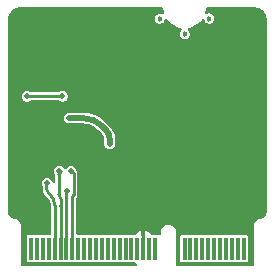
<source format=gbr>
%TF.GenerationSoftware,KiCad,Pcbnew,9.0.0*%
%TF.CreationDate,2025-05-22T16:16:50+04:00*%
%TF.ProjectId,02_02_sensor_barometer (DPS310XTSA1),30325f30-325f-4736-956e-736f725f6261,rev?*%
%TF.SameCoordinates,Original*%
%TF.FileFunction,Copper,L2,Bot*%
%TF.FilePolarity,Positive*%
%FSLAX46Y46*%
G04 Gerber Fmt 4.6, Leading zero omitted, Abs format (unit mm)*
G04 Created by KiCad (PCBNEW 9.0.0) date 2025-05-22 16:16:50*
%MOMM*%
%LPD*%
G01*
G04 APERTURE LIST*
%TA.AperFunction,SMDPad,CuDef*%
%ADD10R,0.350000X1.950000*%
%TD*%
%TA.AperFunction,ComponentPad*%
%ADD11C,0.454000*%
%TD*%
%TA.AperFunction,ViaPad*%
%ADD12C,0.500000*%
%TD*%
%TA.AperFunction,ViaPad*%
%ADD13C,0.700000*%
%TD*%
%TA.AperFunction,Conductor*%
%ADD14C,0.500000*%
%TD*%
%TA.AperFunction,Conductor*%
%ADD15C,0.250000*%
%TD*%
G04 APERTURE END LIST*
D10*
%TO.P,J1,2,3.3V*%
%TO.N,+3V3*%
X157501100Y-112840617D03*
%TO.P,J1,4,3.3V_EN*%
%TO.N,/3.3V_EN*%
X157001100Y-112840617D03*
%TO.P,J1,6,~{RESET}*%
%TO.N,+5V*%
X156501100Y-112840617D03*
%TO.P,J1,8,G11*%
%TO.N,/G11-SWO*%
X156001100Y-112840617D03*
%TO.P,J1,10,D0*%
%TO.N,/D0*%
X155501100Y-112840617D03*
%TO.P,J1,12,I2C_SDA*%
%TO.N,DPS310XTSA1_SDA*%
X155001100Y-112840617D03*
%TO.P,J1,14,I2C_SCL*%
%TO.N,DPS310XTSA1_SCL*%
X154501100Y-112840617D03*
%TO.P,J1,16,I2C_~{INT}*%
%TO.N,/I2C_~{INT}*%
X154001100Y-112840617D03*
%TO.P,J1,18,D1/CAM_TRIG*%
%TO.N,/D1-CAM_TRIG*%
X153501100Y-112840617D03*
%TO.P,J1,20,RX2*%
%TO.N,/UART_RX2*%
X153001100Y-112840617D03*
%TO.P,J1,22,TX2*%
%TO.N,/UART_TX2*%
X152501100Y-112840617D03*
%TO.P,J1,32,PWM0*%
%TO.N,/PWM0*%
X150001100Y-112840617D03*
%TO.P,J1,34,A0*%
%TO.N,/A0*%
X149501100Y-112840617D03*
%TO.P,J1,36,GND*%
%TO.N,GND*%
X149001100Y-112840617D03*
%TO.P,J1,38,A1*%
%TO.N,/A1*%
X148501100Y-112840617D03*
%TO.P,J1,40,G0/BUS0*%
%TO.N,/G0*%
X148001100Y-112840617D03*
%TO.P,J1,42,G1/BUS1*%
%TO.N,DPS310XTSA1_pwr_cyc*%
X147501100Y-112840617D03*
%TO.P,J1,44,G2/BUS2*%
%TO.N,/G2*%
X147001100Y-112840617D03*
%TO.P,J1,46,G3/BUS3*%
%TO.N,/G3*%
X146501100Y-112840617D03*
%TO.P,J1,48,G4/BUS4*%
%TO.N,/G4*%
X146001100Y-112840617D03*
%TO.P,J1,50,AUD_BCLK*%
%TO.N,/AUD_BCLK*%
X145501100Y-112840617D03*
%TO.P,J1,52,AUD_LRCLK*%
%TO.N,/AUD_LRCLK*%
X145001100Y-112840617D03*
%TO.P,J1,54,AUD_IN/CAM_PCLK*%
%TO.N,/AUD_IN-CAM_PCLK*%
X144501100Y-112840617D03*
%TO.P,J1,56,AUD_OUT/CAM_MCLK*%
%TO.N,/AUD_OUT-CAM_MCLK*%
X144001100Y-112840617D03*
%TO.P,J1,58,AUD_MCLK*%
%TO.N,/AUD_MCLK*%
X143501100Y-112840617D03*
%TO.P,J1,60,SPI_SCK1/SDIO_CLK*%
%TO.N,DPS310XTSA1_MOSI*%
X143001100Y-112840617D03*
%TO.P,J1,62,SPI_SDO1/SDIO_CMD*%
%TO.N,DPS310XTSA1_MISO*%
X142501100Y-112840617D03*
%TO.P,J1,64,SPI_SDI1/SDIO_DATA0*%
%TO.N,DPS310XTSA1_SCK*%
X142001100Y-112840617D03*
%TO.P,J1,66,SDIO_DATA1*%
%TO.N,DPS310XTSA1_CS*%
X141501100Y-112840617D03*
%TO.P,J1,68,SDIO_DATA2*%
%TO.N,/SDIO_DATA2*%
X141001100Y-112840617D03*
%TO.P,J1,70,SPI_~{CS1}/SDIO_DATA3*%
%TO.N,/SDIO_DATA3-~{SPI_CS1}*%
X140501100Y-112840617D03*
%TO.P,J1,72,RTC_3V*%
%TO.N,/RTC_3V_BATT*%
X140001100Y-112840617D03*
%TO.P,J1,74,3.3V*%
%TO.N,+3V3*%
X139501100Y-112840617D03*
D11*
%TO.P,J1,GND*%
%TO.N,N/C*%
X150401100Y-93365617D03*
X152501100Y-94665617D03*
X154601100Y-93365617D03*
%TD*%
D12*
%TO.N,+3V3*%
X142750000Y-101800000D03*
X146150000Y-104000000D03*
D13*
%TO.N,GND*%
X150500000Y-109300000D03*
X147500000Y-110300000D03*
X153100000Y-99900000D03*
X153100000Y-100900000D03*
X154100000Y-98900000D03*
X146500000Y-109300000D03*
X151500000Y-96500000D03*
X147500000Y-108300000D03*
X152100000Y-100900000D03*
X149500000Y-98500000D03*
X149500000Y-97500000D03*
X144500000Y-109300000D03*
X148500000Y-109300000D03*
X149500000Y-96500000D03*
X154100000Y-100900000D03*
X145500000Y-110300000D03*
X149500000Y-110300000D03*
X150500000Y-97500000D03*
X150500000Y-96500000D03*
X145500000Y-108300000D03*
X149500000Y-108300000D03*
X154100000Y-99900000D03*
D12*
%TO.N,DPS310XTSA1_CS*%
X140850000Y-107300000D03*
%TO.N,DPS310XTSA1_MISO*%
X139150000Y-99950000D03*
X142510542Y-107925000D03*
X142150000Y-99950000D03*
%TO.N,DPS310XTSA1_MOSI*%
X142885412Y-106300000D03*
%TO.N,DPS310XTSA1_SCK*%
X141900000Y-106300000D03*
%TD*%
D14*
%TO.N,+3V3*%
X146150000Y-103550000D02*
X146150000Y-104000000D01*
X145500000Y-102450000D02*
X145831801Y-102781801D01*
X142750000Y-101800000D02*
X143930761Y-101800000D01*
X145500000Y-102450000D02*
G75*
G03*
X143930761Y-101800016I-1569200J-1569200D01*
G01*
X146150000Y-103550000D02*
G75*
G03*
X145831802Y-102781800I-1086400J0D01*
G01*
D15*
%TO.N,DPS310XTSA1_CS*%
X141501100Y-109146852D02*
X141501100Y-112840617D01*
X140800000Y-107725000D02*
X140800000Y-107500000D01*
X140959099Y-108109099D02*
X141150550Y-108300550D01*
X140800000Y-107725000D02*
G75*
G03*
X140959099Y-108109099I543200J0D01*
G01*
X141501100Y-109146852D02*
G75*
G03*
X141150515Y-108300585I-1196800J-48D01*
G01*
%TO.N,DPS310XTSA1_MISO*%
X142501100Y-107941118D02*
X142501100Y-112840617D01*
X139150000Y-99950000D02*
X142150000Y-99950000D01*
X142505821Y-107929721D02*
X142510542Y-107925000D01*
X142505821Y-107929721D02*
G75*
G03*
X142501108Y-107941118I11379J-11379D01*
G01*
%TO.N,DPS310XTSA1_MOSI*%
X143100000Y-106470710D02*
X143100000Y-108280067D01*
X143001100Y-108518832D02*
X143001100Y-112840617D01*
X143050000Y-106350000D02*
X143000000Y-106300000D01*
X143001100Y-108518832D02*
G75*
G02*
X143050540Y-108399440I168800J32D01*
G01*
X143100000Y-106470710D02*
G75*
G03*
X143050003Y-106349997I-170700J10D01*
G01*
X143100000Y-108280067D02*
G75*
G02*
X143050560Y-108399460I-168800J-33D01*
G01*
%TO.N,DPS310XTSA1_SCK*%
X142001100Y-109201877D02*
X142001100Y-112840617D01*
X141850000Y-106556843D02*
X141850000Y-108243933D01*
X142000000Y-109199222D02*
X142000000Y-108606066D01*
X142000550Y-106299450D02*
X142000000Y-106300000D01*
X141925550Y-106374450D02*
X142000550Y-106299450D01*
X141850000Y-106556843D02*
G75*
G02*
X141925537Y-106374437I257900J43D01*
G01*
X142000550Y-109200550D02*
G75*
G02*
X142001109Y-109201877I-1350J-1350D01*
G01*
X142000000Y-108606066D02*
G75*
G03*
X141924990Y-108425010I-256100J-34D01*
G01*
X141925000Y-108425000D02*
G75*
G02*
X141849986Y-108243933I181100J181100D01*
G01*
X142000000Y-109199222D02*
G75*
G03*
X142000556Y-109200544I1900J22D01*
G01*
X142000550Y-106299450D02*
X142000550Y-106299450D01*
%TD*%
%TA.AperFunction,Conductor*%
%TO.N,GND*%
G36*
X150648938Y-92435802D02*
G01*
X150694693Y-92488606D01*
X150704637Y-92522470D01*
X150737251Y-92749313D01*
X150737254Y-92749323D01*
X150761978Y-92833525D01*
X150761978Y-92903395D01*
X150724204Y-92962173D01*
X150660648Y-92991198D01*
X150591490Y-92981254D01*
X150581002Y-92975848D01*
X150566111Y-92967250D01*
X150493623Y-92947828D01*
X150457381Y-92938117D01*
X150344819Y-92938117D01*
X150236089Y-92967250D01*
X150138609Y-93023532D01*
X150138606Y-93023534D01*
X150059017Y-93103123D01*
X150059015Y-93103126D01*
X150002733Y-93200606D01*
X149973600Y-93309336D01*
X149973600Y-93421897D01*
X150002733Y-93530627D01*
X150030874Y-93579367D01*
X150059015Y-93628108D01*
X150138609Y-93707702D01*
X150236091Y-93763984D01*
X150344819Y-93793117D01*
X150344821Y-93793117D01*
X150457379Y-93793117D01*
X150457381Y-93793117D01*
X150566109Y-93763984D01*
X150663591Y-93707702D01*
X150743185Y-93628108D01*
X150799467Y-93530626D01*
X150818161Y-93460855D01*
X150854524Y-93401197D01*
X150917370Y-93370667D01*
X150986746Y-93378961D01*
X151040624Y-93423446D01*
X151042249Y-93425909D01*
X151056040Y-93447368D01*
X151056043Y-93447372D01*
X151224701Y-93642015D01*
X151419344Y-93810673D01*
X151419350Y-93810677D01*
X151635996Y-93949907D01*
X151636019Y-93949920D01*
X151870277Y-94056902D01*
X151870281Y-94056903D01*
X151870283Y-94056904D01*
X152117399Y-94129464D01*
X152147843Y-94133841D01*
X152211399Y-94162864D01*
X152249175Y-94221641D01*
X152249177Y-94291511D01*
X152217881Y-94344260D01*
X152159014Y-94403126D01*
X152102733Y-94500606D01*
X152073600Y-94609336D01*
X152073600Y-94721897D01*
X152102733Y-94830627D01*
X152130874Y-94879367D01*
X152159015Y-94928108D01*
X152238609Y-95007702D01*
X152336091Y-95063984D01*
X152444819Y-95093117D01*
X152444821Y-95093117D01*
X152557379Y-95093117D01*
X152557381Y-95093117D01*
X152666109Y-95063984D01*
X152763591Y-95007702D01*
X152843185Y-94928108D01*
X152899467Y-94830626D01*
X152928600Y-94721898D01*
X152928600Y-94609336D01*
X152899467Y-94500608D01*
X152843185Y-94403126D01*
X152784319Y-94344260D01*
X152750834Y-94282937D01*
X152755818Y-94213245D01*
X152797690Y-94157312D01*
X152854356Y-94133841D01*
X152863862Y-94132474D01*
X152884790Y-94129466D01*
X152884793Y-94129465D01*
X152884801Y-94129464D01*
X153131917Y-94056904D01*
X153131920Y-94056902D01*
X153131922Y-94056902D01*
X153366180Y-93949920D01*
X153366184Y-93949917D01*
X153366192Y-93949914D01*
X153582856Y-93810673D01*
X153777498Y-93642015D01*
X153946156Y-93447373D01*
X153959948Y-93425911D01*
X154012751Y-93380156D01*
X154081910Y-93370212D01*
X154145466Y-93399236D01*
X154183241Y-93458014D01*
X154184035Y-93460843D01*
X154202733Y-93530626D01*
X154259015Y-93628108D01*
X154338609Y-93707702D01*
X154436091Y-93763984D01*
X154544819Y-93793117D01*
X154544821Y-93793117D01*
X154657379Y-93793117D01*
X154657381Y-93793117D01*
X154766109Y-93763984D01*
X154863591Y-93707702D01*
X154943185Y-93628108D01*
X154999467Y-93530626D01*
X155028600Y-93421898D01*
X155028600Y-93309336D01*
X154999467Y-93200608D01*
X154943185Y-93103126D01*
X154863591Y-93023532D01*
X154807588Y-92991198D01*
X154766110Y-92967250D01*
X154711745Y-92952683D01*
X154657381Y-92938117D01*
X154544819Y-92938117D01*
X154436087Y-92967251D01*
X154421195Y-92975849D01*
X154353294Y-92992319D01*
X154287268Y-92969465D01*
X154244079Y-92914543D01*
X154237440Y-92844989D01*
X154240217Y-92833540D01*
X154264947Y-92749318D01*
X154280737Y-92639501D01*
X154297563Y-92522470D01*
X154326588Y-92458914D01*
X154385366Y-92421140D01*
X154420301Y-92416117D01*
X158493234Y-92416117D01*
X158506716Y-92416852D01*
X158537216Y-92420187D01*
X158653104Y-92432863D01*
X158673654Y-92436890D01*
X158811775Y-92476317D01*
X158831349Y-92483743D01*
X158960838Y-92545843D01*
X158960865Y-92545856D01*
X158978917Y-92556475D01*
X159067068Y-92618914D01*
X159096114Y-92639488D01*
X159096133Y-92639501D01*
X159112142Y-92653009D01*
X159213701Y-92754570D01*
X159227208Y-92770578D01*
X159310233Y-92887796D01*
X159320852Y-92905850D01*
X159382957Y-93035356D01*
X159390387Y-93054939D01*
X159429813Y-93193063D01*
X159433840Y-93213617D01*
X159449865Y-93360146D01*
X159450600Y-93373627D01*
X159450600Y-109755872D01*
X159449451Y-109772714D01*
X159435814Y-109872185D01*
X159429333Y-109898169D01*
X159396341Y-109987818D01*
X159384432Y-110011804D01*
X159379611Y-110019341D01*
X159332964Y-110092274D01*
X159316183Y-110113144D01*
X159248633Y-110180692D01*
X159227763Y-110197471D01*
X159147286Y-110248941D01*
X159123298Y-110260850D01*
X159033656Y-110293836D01*
X159007671Y-110300317D01*
X158906155Y-110314230D01*
X158892791Y-110315329D01*
X158872130Y-110315907D01*
X158864324Y-110317542D01*
X158838078Y-110319407D01*
X158838072Y-110319408D01*
X158723484Y-110352555D01*
X158618415Y-110409056D01*
X158618407Y-110409062D01*
X158527573Y-110486380D01*
X158455019Y-110581074D01*
X158455018Y-110581076D01*
X158403992Y-110688904D01*
X158388678Y-110754259D01*
X158376775Y-110805053D01*
X158376007Y-110844291D01*
X158375600Y-110844699D01*
X158375600Y-110865177D01*
X158375590Y-110865687D01*
X158375579Y-110866282D01*
X158375579Y-110866318D01*
X158375020Y-110896650D01*
X158375600Y-110900539D01*
X158375600Y-114191117D01*
X158355915Y-114258156D01*
X158303111Y-114303911D01*
X158251600Y-114315117D01*
X151900600Y-114315117D01*
X151833561Y-114295432D01*
X151787806Y-114242628D01*
X151776600Y-114191117D01*
X151776600Y-111845864D01*
X152125600Y-111845864D01*
X152125600Y-113835369D01*
X152137231Y-113893846D01*
X152137232Y-113893847D01*
X152181547Y-113960169D01*
X152247869Y-114004484D01*
X152247870Y-114004485D01*
X152306347Y-114016116D01*
X152306350Y-114016117D01*
X152306352Y-114016117D01*
X152695851Y-114016117D01*
X152719479Y-114011416D01*
X152726905Y-114009939D01*
X152775295Y-114009939D01*
X152782720Y-114011416D01*
X152806349Y-114016117D01*
X152806352Y-114016117D01*
X153195851Y-114016117D01*
X153219479Y-114011416D01*
X153226905Y-114009939D01*
X153275295Y-114009939D01*
X153282720Y-114011416D01*
X153306349Y-114016117D01*
X153306352Y-114016117D01*
X153695851Y-114016117D01*
X153719479Y-114011416D01*
X153726905Y-114009939D01*
X153775295Y-114009939D01*
X153782720Y-114011416D01*
X153806349Y-114016117D01*
X153806352Y-114016117D01*
X154195851Y-114016117D01*
X154219479Y-114011416D01*
X154226905Y-114009939D01*
X154275295Y-114009939D01*
X154282720Y-114011416D01*
X154306349Y-114016117D01*
X154306352Y-114016117D01*
X154695851Y-114016117D01*
X154719479Y-114011416D01*
X154726905Y-114009939D01*
X154775295Y-114009939D01*
X154782720Y-114011416D01*
X154806349Y-114016117D01*
X154806352Y-114016117D01*
X155195851Y-114016117D01*
X155219479Y-114011416D01*
X155226905Y-114009939D01*
X155275295Y-114009939D01*
X155282720Y-114011416D01*
X155306349Y-114016117D01*
X155306352Y-114016117D01*
X155695851Y-114016117D01*
X155719479Y-114011416D01*
X155726905Y-114009939D01*
X155775295Y-114009939D01*
X155782720Y-114011416D01*
X155806349Y-114016117D01*
X155806352Y-114016117D01*
X156195851Y-114016117D01*
X156219479Y-114011416D01*
X156226905Y-114009939D01*
X156275295Y-114009939D01*
X156282720Y-114011416D01*
X156306349Y-114016117D01*
X156306352Y-114016117D01*
X156695851Y-114016117D01*
X156719479Y-114011416D01*
X156726905Y-114009939D01*
X156775295Y-114009939D01*
X156782720Y-114011416D01*
X156806349Y-114016117D01*
X156806352Y-114016117D01*
X157195851Y-114016117D01*
X157219479Y-114011416D01*
X157226905Y-114009939D01*
X157275295Y-114009939D01*
X157282720Y-114011416D01*
X157306349Y-114016117D01*
X157306352Y-114016117D01*
X157695850Y-114016117D01*
X157695851Y-114016116D01*
X157710668Y-114013169D01*
X157754329Y-114004485D01*
X157754329Y-114004484D01*
X157754331Y-114004484D01*
X157820652Y-113960169D01*
X157864967Y-113893848D01*
X157864967Y-113893846D01*
X157864968Y-113893846D01*
X157876599Y-113835369D01*
X157876600Y-113835367D01*
X157876600Y-111845866D01*
X157876599Y-111845864D01*
X157864968Y-111787387D01*
X157864967Y-111787386D01*
X157820652Y-111721064D01*
X157754330Y-111676749D01*
X157754329Y-111676748D01*
X157695852Y-111665117D01*
X157695848Y-111665117D01*
X157306352Y-111665117D01*
X157306351Y-111665117D01*
X157275288Y-111671295D01*
X157226912Y-111671295D01*
X157195849Y-111665117D01*
X157195848Y-111665117D01*
X156806352Y-111665117D01*
X156806351Y-111665117D01*
X156775288Y-111671295D01*
X156726912Y-111671295D01*
X156695849Y-111665117D01*
X156695848Y-111665117D01*
X156306352Y-111665117D01*
X156306351Y-111665117D01*
X156275288Y-111671295D01*
X156226912Y-111671295D01*
X156195849Y-111665117D01*
X156195848Y-111665117D01*
X155806352Y-111665117D01*
X155806351Y-111665117D01*
X155775288Y-111671295D01*
X155726912Y-111671295D01*
X155695849Y-111665117D01*
X155695848Y-111665117D01*
X155306352Y-111665117D01*
X155306351Y-111665117D01*
X155275288Y-111671295D01*
X155226912Y-111671295D01*
X155195849Y-111665117D01*
X155195848Y-111665117D01*
X154806352Y-111665117D01*
X154806351Y-111665117D01*
X154775288Y-111671295D01*
X154726912Y-111671295D01*
X154695849Y-111665117D01*
X154695848Y-111665117D01*
X154306352Y-111665117D01*
X154306351Y-111665117D01*
X154275288Y-111671295D01*
X154226912Y-111671295D01*
X154195849Y-111665117D01*
X154195848Y-111665117D01*
X153806352Y-111665117D01*
X153806351Y-111665117D01*
X153775288Y-111671295D01*
X153726912Y-111671295D01*
X153695849Y-111665117D01*
X153695848Y-111665117D01*
X153306352Y-111665117D01*
X153306351Y-111665117D01*
X153275288Y-111671295D01*
X153226912Y-111671295D01*
X153195849Y-111665117D01*
X153195848Y-111665117D01*
X152806352Y-111665117D01*
X152806351Y-111665117D01*
X152775288Y-111671295D01*
X152726912Y-111671295D01*
X152695849Y-111665117D01*
X152695848Y-111665117D01*
X152306352Y-111665117D01*
X152306347Y-111665117D01*
X152247870Y-111676748D01*
X152247869Y-111676749D01*
X152181547Y-111721064D01*
X152137232Y-111787386D01*
X152137231Y-111787387D01*
X152125600Y-111845864D01*
X151776600Y-111845864D01*
X151776600Y-111392323D01*
X151776599Y-111392319D01*
X151770504Y-111365617D01*
X151743981Y-111249411D01*
X151680379Y-111117340D01*
X151667532Y-111101231D01*
X151654618Y-111085037D01*
X151588983Y-111002734D01*
X151523346Y-110950390D01*
X151474379Y-110911339D01*
X151474376Y-110911337D01*
X151342309Y-110847737D01*
X151342307Y-110847736D01*
X151342306Y-110847736D01*
X151297254Y-110837453D01*
X151199397Y-110815117D01*
X151199394Y-110815117D01*
X151052806Y-110815117D01*
X151052802Y-110815117D01*
X150909890Y-110847737D01*
X150777823Y-110911337D01*
X150777820Y-110911339D01*
X150663217Y-111002734D01*
X150571822Y-111117337D01*
X150571820Y-111117340D01*
X150508220Y-111249407D01*
X150475600Y-111392319D01*
X150475600Y-111592609D01*
X150455915Y-111659648D01*
X150403111Y-111705403D01*
X150333953Y-111715347D01*
X150282710Y-111695712D01*
X150265080Y-111683932D01*
X150254331Y-111676750D01*
X150254330Y-111676749D01*
X150254329Y-111676749D01*
X150254329Y-111676748D01*
X150195852Y-111665117D01*
X150195848Y-111665117D01*
X149806352Y-111665117D01*
X149806351Y-111665117D01*
X149775288Y-111671295D01*
X149767053Y-111671300D01*
X149762330Y-111673167D01*
X149727549Y-111671328D01*
X149727084Y-111671329D01*
X149726378Y-111671189D01*
X149695848Y-111665117D01*
X149695617Y-111665117D01*
X149689493Y-111663908D01*
X149663592Y-111650407D01*
X149636509Y-111639452D01*
X149630266Y-111633035D01*
X149627535Y-111631612D01*
X149625619Y-111628260D01*
X149614243Y-111616567D01*
X149533290Y-111508429D01*
X149533287Y-111508426D01*
X149418193Y-111422266D01*
X149418186Y-111422262D01*
X149283479Y-111372020D01*
X149283472Y-111372018D01*
X149223944Y-111365617D01*
X149176100Y-111365617D01*
X149176100Y-111691603D01*
X149173549Y-111700288D01*
X149174838Y-111709250D01*
X149158065Y-111753021D01*
X149156415Y-111758642D01*
X149155661Y-111759294D01*
X149155202Y-111760494D01*
X149137233Y-111787386D01*
X149137231Y-111787390D01*
X149125600Y-111845864D01*
X149125600Y-112716617D01*
X149123049Y-112725302D01*
X149124338Y-112734264D01*
X149113359Y-112758304D01*
X149105915Y-112783656D01*
X149099074Y-112789583D01*
X149095313Y-112797820D01*
X149073078Y-112812109D01*
X149053111Y-112829411D01*
X149042596Y-112831698D01*
X149036535Y-112835594D01*
X149001600Y-112840617D01*
X149000600Y-112840617D01*
X148933561Y-112820932D01*
X148887806Y-112768128D01*
X148876600Y-112716617D01*
X148876600Y-111845866D01*
X148876599Y-111845864D01*
X148864968Y-111787390D01*
X148864967Y-111787389D01*
X148864967Y-111787386D01*
X148846997Y-111760493D01*
X148843960Y-111750793D01*
X148837306Y-111743114D01*
X148833697Y-111718014D01*
X148826120Y-111693816D01*
X148826100Y-111691603D01*
X148826100Y-111365617D01*
X148778255Y-111365617D01*
X148718727Y-111372018D01*
X148718720Y-111372020D01*
X148584013Y-111422262D01*
X148584006Y-111422266D01*
X148468912Y-111508426D01*
X148387956Y-111616568D01*
X148365880Y-111633092D01*
X148346007Y-111652214D01*
X148336583Y-111655023D01*
X148332022Y-111658438D01*
X148312706Y-111663908D01*
X148306582Y-111665117D01*
X148306352Y-111665117D01*
X148275824Y-111671189D01*
X148275116Y-111671329D01*
X148274742Y-111671295D01*
X148226912Y-111671295D01*
X148195849Y-111665117D01*
X148195848Y-111665117D01*
X147806352Y-111665117D01*
X147806351Y-111665117D01*
X147775288Y-111671295D01*
X147726912Y-111671295D01*
X147695849Y-111665117D01*
X147695848Y-111665117D01*
X147306352Y-111665117D01*
X147306351Y-111665117D01*
X147275288Y-111671295D01*
X147226912Y-111671295D01*
X147195849Y-111665117D01*
X147195848Y-111665117D01*
X146806352Y-111665117D01*
X146806351Y-111665117D01*
X146775288Y-111671295D01*
X146726912Y-111671295D01*
X146695849Y-111665117D01*
X146695848Y-111665117D01*
X146306352Y-111665117D01*
X146306351Y-111665117D01*
X146275288Y-111671295D01*
X146226912Y-111671295D01*
X146195849Y-111665117D01*
X146195848Y-111665117D01*
X145806352Y-111665117D01*
X145806351Y-111665117D01*
X145775288Y-111671295D01*
X145726912Y-111671295D01*
X145695849Y-111665117D01*
X145695848Y-111665117D01*
X145306352Y-111665117D01*
X145306351Y-111665117D01*
X145275288Y-111671295D01*
X145226912Y-111671295D01*
X145195849Y-111665117D01*
X145195848Y-111665117D01*
X144806352Y-111665117D01*
X144806351Y-111665117D01*
X144775288Y-111671295D01*
X144726912Y-111671295D01*
X144695849Y-111665117D01*
X144695848Y-111665117D01*
X144306352Y-111665117D01*
X144306351Y-111665117D01*
X144275288Y-111671295D01*
X144226912Y-111671295D01*
X144195849Y-111665117D01*
X144195848Y-111665117D01*
X143806352Y-111665117D01*
X143806351Y-111665117D01*
X143775288Y-111671295D01*
X143726912Y-111671295D01*
X143695849Y-111665117D01*
X143695848Y-111665117D01*
X143450600Y-111665117D01*
X143383561Y-111645432D01*
X143337806Y-111592628D01*
X143326600Y-111541117D01*
X143326600Y-108615671D01*
X143346285Y-108548632D01*
X143347494Y-108546785D01*
X143369260Y-108514207D01*
X143406522Y-108424224D01*
X143425509Y-108328700D01*
X143425500Y-108280003D01*
X143425500Y-106427857D01*
X143425500Y-106421876D01*
X143425497Y-106421858D01*
X143425498Y-106421854D01*
X143406432Y-106325983D01*
X143406431Y-106325980D01*
X143406431Y-106325978D01*
X143369029Y-106235675D01*
X143369028Y-106235673D01*
X143322869Y-106166590D01*
X143306198Y-106129796D01*
X143305211Y-106126115D01*
X143305211Y-106126114D01*
X143305210Y-106126112D01*
X143245901Y-106023387D01*
X143162025Y-105939511D01*
X143059298Y-105880201D01*
X142944721Y-105849500D01*
X142826103Y-105849500D01*
X142711526Y-105880201D01*
X142711524Y-105880201D01*
X142711524Y-105880202D01*
X142608799Y-105939511D01*
X142608796Y-105939513D01*
X142524925Y-106023384D01*
X142524923Y-106023387D01*
X142500093Y-106066394D01*
X142449525Y-106114609D01*
X142380918Y-106127831D01*
X142316054Y-106101863D01*
X142285319Y-106066394D01*
X142260489Y-106023387D01*
X142176613Y-105939511D01*
X142073886Y-105880201D01*
X141959309Y-105849500D01*
X141840691Y-105849500D01*
X141726114Y-105880201D01*
X141726112Y-105880201D01*
X141726112Y-105880202D01*
X141623387Y-105939511D01*
X141623384Y-105939513D01*
X141539513Y-106023384D01*
X141539511Y-106023387D01*
X141480201Y-106126114D01*
X141449500Y-106240691D01*
X141449500Y-106359309D01*
X141477684Y-106464494D01*
X141480202Y-106473890D01*
X141480203Y-106473891D01*
X141507886Y-106521838D01*
X141524500Y-106583839D01*
X141524500Y-107134798D01*
X141504815Y-107201837D01*
X141452011Y-107247592D01*
X141382853Y-107257536D01*
X141319297Y-107228511D01*
X141281523Y-107169733D01*
X141280725Y-107166892D01*
X141269799Y-107126114D01*
X141210489Y-107023387D01*
X141126613Y-106939511D01*
X141023886Y-106880201D01*
X140909309Y-106849500D01*
X140790691Y-106849500D01*
X140676114Y-106880201D01*
X140676112Y-106880201D01*
X140676112Y-106880202D01*
X140573387Y-106939511D01*
X140573384Y-106939513D01*
X140489513Y-107023384D01*
X140489511Y-107023387D01*
X140430201Y-107126114D01*
X140399500Y-107240691D01*
X140399500Y-107359309D01*
X140410806Y-107401502D01*
X140430202Y-107473890D01*
X140430203Y-107473891D01*
X140457886Y-107521838D01*
X140462036Y-107537326D01*
X140469477Y-107548904D01*
X140474499Y-107583836D01*
X140474500Y-107583838D01*
X140474500Y-107767853D01*
X140474500Y-107767855D01*
X140474501Y-107777849D01*
X140474501Y-107793373D01*
X140495890Y-107928420D01*
X140538146Y-108058468D01*
X140600222Y-108180297D01*
X140600228Y-108180306D01*
X140680586Y-108290912D01*
X140694293Y-108304619D01*
X140694303Y-108304630D01*
X140698633Y-108308960D01*
X140698634Y-108308961D01*
X140883940Y-108494266D01*
X140883944Y-108494274D01*
X140916953Y-108527280D01*
X140923561Y-108534429D01*
X141002867Y-108627275D01*
X141014305Y-108643016D01*
X141075556Y-108742957D01*
X141084390Y-108760293D01*
X141129251Y-108868579D01*
X141135266Y-108887086D01*
X141162636Y-109001069D01*
X141165680Y-109020286D01*
X141175217Y-109141390D01*
X141175600Y-109151125D01*
X141175600Y-111541117D01*
X141155915Y-111608156D01*
X141103111Y-111653911D01*
X141051600Y-111665117D01*
X140806351Y-111665117D01*
X140775288Y-111671295D01*
X140726912Y-111671295D01*
X140695849Y-111665117D01*
X140695848Y-111665117D01*
X140306352Y-111665117D01*
X140306351Y-111665117D01*
X140275288Y-111671295D01*
X140226912Y-111671295D01*
X140195849Y-111665117D01*
X140195848Y-111665117D01*
X139806352Y-111665117D01*
X139806351Y-111665117D01*
X139775288Y-111671295D01*
X139726912Y-111671295D01*
X139695849Y-111665117D01*
X139695848Y-111665117D01*
X139306352Y-111665117D01*
X139306347Y-111665117D01*
X139247870Y-111676748D01*
X139247869Y-111676749D01*
X139181547Y-111721064D01*
X139137232Y-111787386D01*
X139137231Y-111787387D01*
X139125600Y-111845864D01*
X139125600Y-113835369D01*
X139137231Y-113893846D01*
X139137232Y-113893847D01*
X139181547Y-113960169D01*
X139247869Y-114004484D01*
X139247870Y-114004485D01*
X139306347Y-114016116D01*
X139306350Y-114016117D01*
X139306352Y-114016117D01*
X139695851Y-114016117D01*
X139719479Y-114011416D01*
X139726905Y-114009939D01*
X139775295Y-114009939D01*
X139782720Y-114011416D01*
X139806349Y-114016117D01*
X139806352Y-114016117D01*
X140195851Y-114016117D01*
X140219479Y-114011416D01*
X140226905Y-114009939D01*
X140275295Y-114009939D01*
X140282720Y-114011416D01*
X140306349Y-114016117D01*
X140306352Y-114016117D01*
X140695851Y-114016117D01*
X140719479Y-114011416D01*
X140726905Y-114009939D01*
X140775295Y-114009939D01*
X140782720Y-114011416D01*
X140806349Y-114016117D01*
X140806352Y-114016117D01*
X141195851Y-114016117D01*
X141219479Y-114011416D01*
X141226905Y-114009939D01*
X141275295Y-114009939D01*
X141282720Y-114011416D01*
X141306349Y-114016117D01*
X141306352Y-114016117D01*
X141695851Y-114016117D01*
X141719479Y-114011416D01*
X141726905Y-114009939D01*
X141775295Y-114009939D01*
X141782720Y-114011416D01*
X141806349Y-114016117D01*
X141806352Y-114016117D01*
X142195851Y-114016117D01*
X142219479Y-114011416D01*
X142226905Y-114009939D01*
X142275295Y-114009939D01*
X142282720Y-114011416D01*
X142306349Y-114016117D01*
X142306352Y-114016117D01*
X142695851Y-114016117D01*
X142719479Y-114011416D01*
X142726905Y-114009939D01*
X142775295Y-114009939D01*
X142782720Y-114011416D01*
X142806349Y-114016117D01*
X142806352Y-114016117D01*
X143195851Y-114016117D01*
X143219479Y-114011416D01*
X143226905Y-114009939D01*
X143275295Y-114009939D01*
X143282720Y-114011416D01*
X143306349Y-114016117D01*
X143306352Y-114016117D01*
X143695851Y-114016117D01*
X143719479Y-114011416D01*
X143726905Y-114009939D01*
X143775295Y-114009939D01*
X143782720Y-114011416D01*
X143806349Y-114016117D01*
X143806352Y-114016117D01*
X144195851Y-114016117D01*
X144219479Y-114011416D01*
X144226905Y-114009939D01*
X144275295Y-114009939D01*
X144282720Y-114011416D01*
X144306349Y-114016117D01*
X144306352Y-114016117D01*
X144695851Y-114016117D01*
X144719479Y-114011416D01*
X144726905Y-114009939D01*
X144775295Y-114009939D01*
X144782720Y-114011416D01*
X144806349Y-114016117D01*
X144806352Y-114016117D01*
X145195851Y-114016117D01*
X145219479Y-114011416D01*
X145226905Y-114009939D01*
X145275295Y-114009939D01*
X145282720Y-114011416D01*
X145306349Y-114016117D01*
X145306352Y-114016117D01*
X145695851Y-114016117D01*
X145719479Y-114011416D01*
X145726905Y-114009939D01*
X145775295Y-114009939D01*
X145782720Y-114011416D01*
X145806349Y-114016117D01*
X145806352Y-114016117D01*
X146195851Y-114016117D01*
X146219479Y-114011416D01*
X146226905Y-114009939D01*
X146275295Y-114009939D01*
X146282720Y-114011416D01*
X146306349Y-114016117D01*
X146306352Y-114016117D01*
X146695851Y-114016117D01*
X146719479Y-114011416D01*
X146726905Y-114009939D01*
X146775295Y-114009939D01*
X146782720Y-114011416D01*
X146806349Y-114016117D01*
X146806352Y-114016117D01*
X147195851Y-114016117D01*
X147219479Y-114011416D01*
X147226905Y-114009939D01*
X147275295Y-114009939D01*
X147282720Y-114011416D01*
X147306349Y-114016117D01*
X147306352Y-114016117D01*
X147695851Y-114016117D01*
X147719479Y-114011416D01*
X147726905Y-114009939D01*
X147775295Y-114009939D01*
X147782720Y-114011416D01*
X147806349Y-114016117D01*
X147806352Y-114016117D01*
X148195851Y-114016117D01*
X148219479Y-114011416D01*
X148226904Y-114009938D01*
X148235142Y-114009932D01*
X148239873Y-114008064D01*
X148274622Y-114009903D01*
X148275114Y-114009903D01*
X148306352Y-114016117D01*
X148306592Y-114016117D01*
X148312710Y-114017325D01*
X148338501Y-114030769D01*
X148365484Y-114041617D01*
X148371867Y-114048163D01*
X148374667Y-114049623D01*
X148376615Y-114053032D01*
X148387958Y-114064666D01*
X148426990Y-114116806D01*
X148451407Y-114182270D01*
X148436556Y-114250543D01*
X148387151Y-114299949D01*
X148327723Y-114315117D01*
X138750600Y-114315117D01*
X138683561Y-114295432D01*
X138637806Y-114242628D01*
X138626600Y-114191117D01*
X138626600Y-110881241D01*
X138627044Y-110880593D01*
X138626600Y-110864897D01*
X138626600Y-110844699D01*
X138626600Y-110826203D01*
X138625358Y-110820392D01*
X138624921Y-110804774D01*
X138596979Y-110689222D01*
X138545670Y-110581983D01*
X138473227Y-110487723D01*
X138382803Y-110410546D01*
X138278333Y-110353810D01*
X138278331Y-110353809D01*
X138278326Y-110353807D01*
X138164368Y-110319986D01*
X138164370Y-110319986D01*
X138164365Y-110319985D01*
X138164363Y-110319984D01*
X138164360Y-110319984D01*
X138138070Y-110317895D01*
X138137667Y-110317863D01*
X138119954Y-110316397D01*
X138118915Y-110315596D01*
X138105852Y-110315230D01*
X138102491Y-110314952D01*
X138101888Y-110314719D01*
X138095880Y-110314225D01*
X137994523Y-110300333D01*
X137968538Y-110293853D01*
X137878887Y-110260863D01*
X137854901Y-110248955D01*
X137774423Y-110197486D01*
X137753555Y-110180709D01*
X137685997Y-110113152D01*
X137669222Y-110092288D01*
X137617751Y-110011812D01*
X137605842Y-109987826D01*
X137572848Y-109898172D01*
X137566367Y-109872187D01*
X137552749Y-109772844D01*
X137551600Y-109756003D01*
X137551600Y-101740691D01*
X142299500Y-101740691D01*
X142299500Y-101859309D01*
X142330201Y-101973886D01*
X142389511Y-102076613D01*
X142473387Y-102160489D01*
X142576114Y-102219799D01*
X142690691Y-102250500D01*
X142690694Y-102250500D01*
X143871456Y-102250500D01*
X143871460Y-102250501D01*
X143926708Y-102250500D01*
X143934812Y-102250764D01*
X144153532Y-102265097D01*
X144169600Y-102267212D01*
X144380594Y-102309178D01*
X144396240Y-102313371D01*
X144599946Y-102382517D01*
X144614919Y-102388718D01*
X144807864Y-102483867D01*
X144821894Y-102491968D01*
X145000760Y-102611482D01*
X145013620Y-102621350D01*
X145178225Y-102765703D01*
X145184116Y-102771220D01*
X145202417Y-102789520D01*
X145202419Y-102789522D01*
X145508927Y-103096030D01*
X145517099Y-103105046D01*
X145584582Y-103187274D01*
X145598087Y-103207486D01*
X145645334Y-103295879D01*
X145654637Y-103318337D01*
X145683734Y-103414257D01*
X145688476Y-103438097D01*
X145693656Y-103490691D01*
X145698903Y-103543955D01*
X145699500Y-103556110D01*
X145699500Y-104059309D01*
X145730201Y-104173886D01*
X145789511Y-104276613D01*
X145873387Y-104360489D01*
X145976114Y-104419799D01*
X146090691Y-104450500D01*
X146090694Y-104450500D01*
X146209306Y-104450500D01*
X146209309Y-104450500D01*
X146323886Y-104419799D01*
X146426613Y-104360489D01*
X146510489Y-104276613D01*
X146569799Y-104173886D01*
X146600500Y-104059309D01*
X146600500Y-103490691D01*
X146600500Y-103483104D01*
X146600498Y-103483070D01*
X146600498Y-103449266D01*
X146581723Y-103306653D01*
X146574202Y-103249523D01*
X146522058Y-103054921D01*
X146444960Y-102868790D01*
X146387087Y-102768551D01*
X146344227Y-102694314D01*
X146221583Y-102534481D01*
X146221577Y-102534474D01*
X145854882Y-102167779D01*
X145854854Y-102167728D01*
X145712539Y-102025413D01*
X145478108Y-101838462D01*
X145478099Y-101838456D01*
X145396618Y-101787259D01*
X145224205Y-101678926D01*
X144954038Y-101548823D01*
X144954035Y-101548822D01*
X144954031Y-101548820D01*
X144671009Y-101449789D01*
X144671001Y-101449787D01*
X144378672Y-101383068D01*
X144378667Y-101383067D01*
X144378661Y-101383066D01*
X144378660Y-101383066D01*
X144080684Y-101349497D01*
X144080679Y-101349497D01*
X143930753Y-101349500D01*
X142690691Y-101349500D01*
X142576114Y-101380201D01*
X142576112Y-101380201D01*
X142576112Y-101380202D01*
X142473387Y-101439511D01*
X142473384Y-101439513D01*
X142389513Y-101523384D01*
X142389511Y-101523387D01*
X142330201Y-101626114D01*
X142299500Y-101740691D01*
X137551600Y-101740691D01*
X137551600Y-99890691D01*
X138699500Y-99890691D01*
X138699500Y-100009309D01*
X138730201Y-100123886D01*
X138789511Y-100226613D01*
X138873387Y-100310489D01*
X138976114Y-100369799D01*
X139090691Y-100400500D01*
X139090694Y-100400500D01*
X139209306Y-100400500D01*
X139209309Y-100400500D01*
X139323886Y-100369799D01*
X139426613Y-100310489D01*
X139426620Y-100310481D01*
X139433059Y-100305542D01*
X139434157Y-100306973D01*
X139486606Y-100278334D01*
X139512964Y-100275500D01*
X141787036Y-100275500D01*
X141854075Y-100295185D01*
X141866935Y-100305548D01*
X141866941Y-100305542D01*
X141873382Y-100310484D01*
X141873387Y-100310489D01*
X141976114Y-100369799D01*
X142090691Y-100400500D01*
X142090694Y-100400500D01*
X142209306Y-100400500D01*
X142209309Y-100400500D01*
X142323886Y-100369799D01*
X142426613Y-100310489D01*
X142510489Y-100226613D01*
X142569799Y-100123886D01*
X142600500Y-100009309D01*
X142600500Y-99890691D01*
X142569799Y-99776114D01*
X142510489Y-99673387D01*
X142426613Y-99589511D01*
X142323886Y-99530201D01*
X142209309Y-99499500D01*
X142090691Y-99499500D01*
X141976114Y-99530201D01*
X141976112Y-99530201D01*
X141976112Y-99530202D01*
X141873387Y-99589511D01*
X141866941Y-99594458D01*
X141865842Y-99593026D01*
X141813394Y-99621666D01*
X141787036Y-99624500D01*
X139512964Y-99624500D01*
X139445925Y-99604815D01*
X139433064Y-99594451D01*
X139433059Y-99594458D01*
X139426615Y-99589513D01*
X139426613Y-99589511D01*
X139323886Y-99530201D01*
X139209309Y-99499500D01*
X139090691Y-99499500D01*
X138976114Y-99530201D01*
X138976112Y-99530201D01*
X138976112Y-99530202D01*
X138873387Y-99589511D01*
X138873384Y-99589513D01*
X138789513Y-99673384D01*
X138789511Y-99673387D01*
X138730201Y-99776114D01*
X138699500Y-99890691D01*
X137551600Y-99890691D01*
X137551600Y-93373470D01*
X137552335Y-93359989D01*
X137561824Y-93273225D01*
X137568343Y-93213611D01*
X137572370Y-93193061D01*
X137611797Y-93054931D01*
X137619223Y-93035356D01*
X137681335Y-92905836D01*
X137691953Y-92887786D01*
X137774980Y-92770565D01*
X137788478Y-92754566D01*
X137890053Y-92652989D01*
X137906048Y-92639493D01*
X138023275Y-92556459D01*
X138041318Y-92545845D01*
X138170846Y-92483726D01*
X138190415Y-92476302D01*
X138328541Y-92436873D01*
X138349091Y-92432846D01*
X138495327Y-92416851D01*
X138508809Y-92416117D01*
X150581899Y-92416117D01*
X150648938Y-92435802D01*
G37*
%TD.AperFunction*%
%TD*%
M02*

</source>
